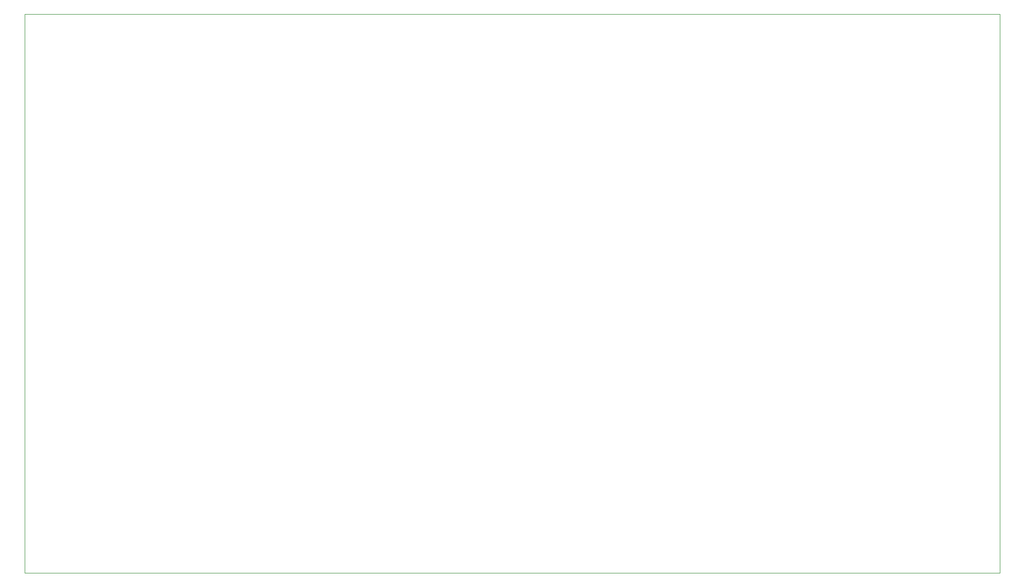
<source format=gbr>
%TF.GenerationSoftware,KiCad,Pcbnew,5.1.6-c6e7f7d~87~ubuntu16.04.1*%
%TF.CreationDate,2022-03-08T12:59:47-05:00*%
%TF.ProjectId,8085basic,38303835-6261-4736-9963-2e6b69636164,rev?*%
%TF.SameCoordinates,Original*%
%TF.FileFunction,Profile,NP*%
%FSLAX46Y46*%
G04 Gerber Fmt 4.6, Leading zero omitted, Abs format (unit mm)*
G04 Created by KiCad (PCBNEW 5.1.6-c6e7f7d~87~ubuntu16.04.1) date 2022-03-08 12:59:47*
%MOMM*%
%LPD*%
G01*
G04 APERTURE LIST*
%TA.AperFunction,Profile*%
%ADD10C,0.050000*%
%TD*%
G04 APERTURE END LIST*
D10*
X163830000Y0D02*
X0Y0D01*
X163830000Y-93980000D02*
X163830000Y0D01*
X0Y-93980000D02*
X163830000Y-93980000D01*
X0Y0D02*
X0Y-93980000D01*
M02*

</source>
